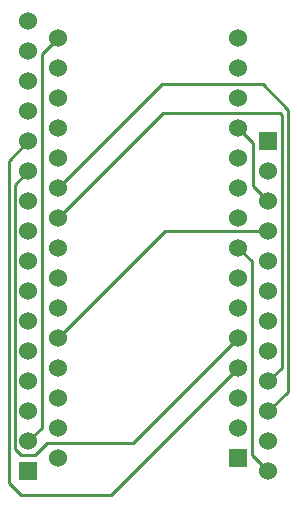
<source format=gbr>
%TF.GenerationSoftware,Altium Limited,Altium Designer,22.11.1 (43)*%
G04 Layer_Physical_Order=1*
G04 Layer_Color=255*
%FSLAX45Y45*%
%MOMM*%
%TF.SameCoordinates,003A0D21-0A85-4CB2-A7D7-273B0D73F9A5*%
%TF.FilePolarity,Positive*%
%TF.FileFunction,Copper,L1,Top,Signal*%
%TF.Part,Single*%
G01*
G75*
%TA.AperFunction,Conductor*%
%ADD10C,0.25400*%
%TA.AperFunction,ComponentPad*%
%ADD11R,1.52400X1.52400*%
%ADD12C,1.52400*%
%ADD13R,1.53000X1.53000*%
%ADD14C,1.53000*%
D10*
X9664700Y9194800D02*
X10541000Y10071100D01*
X11394440D01*
X11610340Y9855200D01*
Y7470140D02*
Y9855200D01*
X11442700Y7302500D02*
X11610340Y7470140D01*
X9527540Y10327640D02*
X9664700Y10464800D01*
X9527540Y7165340D02*
Y10327640D01*
X9410700Y7048500D02*
X9527540Y7165340D01*
X11188700Y8686800D02*
X11303000Y8572500D01*
Y6934200D02*
Y8572500D01*
Y6934200D02*
X11442700Y6794500D01*
X10109200Y6591300D02*
X11188700Y7670800D01*
X9347200Y6591300D02*
X10109200D01*
X9243060Y6695440D02*
X9347200Y6591300D01*
X9243060Y6695440D02*
Y9420860D01*
X9410700Y9588500D01*
X11442700Y7556500D02*
X11559540Y7673340D01*
Y9809480D01*
X11539220Y9829800D02*
X11559540Y9809480D01*
X10553700Y9829800D02*
X11539220D01*
X9664700Y8940800D02*
X10553700Y9829800D01*
X10299700Y7035800D02*
X11188700Y7924800D01*
X9568180Y7035800D02*
X10299700D01*
X9464040Y6931660D02*
X9568180Y7035800D01*
X9347200Y6931660D02*
X9464040D01*
X9293860Y6985000D02*
X9347200Y6931660D01*
X9293860Y6985000D02*
Y9217660D01*
X9410700Y9334500D01*
X10566400Y8826500D02*
X11442700D01*
X9664700Y7924800D02*
X10566400Y8826500D01*
X11188700Y9702800D02*
X11315700Y9575800D01*
Y9207500D02*
Y9575800D01*
Y9207500D02*
X11442700Y9080500D01*
D11*
X11188700Y6908800D02*
D03*
D12*
Y7162800D02*
D03*
Y7416800D02*
D03*
Y7670800D02*
D03*
Y7924800D02*
D03*
Y8178800D02*
D03*
Y8432800D02*
D03*
Y8686800D02*
D03*
Y8940800D02*
D03*
Y9194800D02*
D03*
Y9448800D02*
D03*
Y9702800D02*
D03*
Y9956800D02*
D03*
Y10210800D02*
D03*
Y10464800D02*
D03*
X9664700D02*
D03*
Y10210800D02*
D03*
Y9956800D02*
D03*
Y9702800D02*
D03*
Y9448800D02*
D03*
Y9194800D02*
D03*
Y8940800D02*
D03*
Y8686800D02*
D03*
Y8432800D02*
D03*
Y8178800D02*
D03*
Y7924800D02*
D03*
Y7670800D02*
D03*
Y7416800D02*
D03*
Y7162800D02*
D03*
Y6908800D02*
D03*
D13*
X9410700Y6794500D02*
D03*
X11442700Y9588500D02*
D03*
D14*
Y9334500D02*
D03*
Y9080500D02*
D03*
Y8826500D02*
D03*
Y8572500D02*
D03*
Y8318500D02*
D03*
Y8064500D02*
D03*
Y7810500D02*
D03*
Y7556500D02*
D03*
Y7302500D02*
D03*
Y7048500D02*
D03*
Y6794500D02*
D03*
X9410700Y7048500D02*
D03*
Y7302500D02*
D03*
Y7556500D02*
D03*
Y7810500D02*
D03*
Y8064500D02*
D03*
Y8318500D02*
D03*
Y8572500D02*
D03*
Y8826500D02*
D03*
Y9080500D02*
D03*
Y9334500D02*
D03*
Y9588500D02*
D03*
Y9842500D02*
D03*
Y10096500D02*
D03*
Y10350500D02*
D03*
Y10604500D02*
D03*
%TF.MD5,764edc1de1100d3d1ba705585d35163b*%
M02*

</source>
